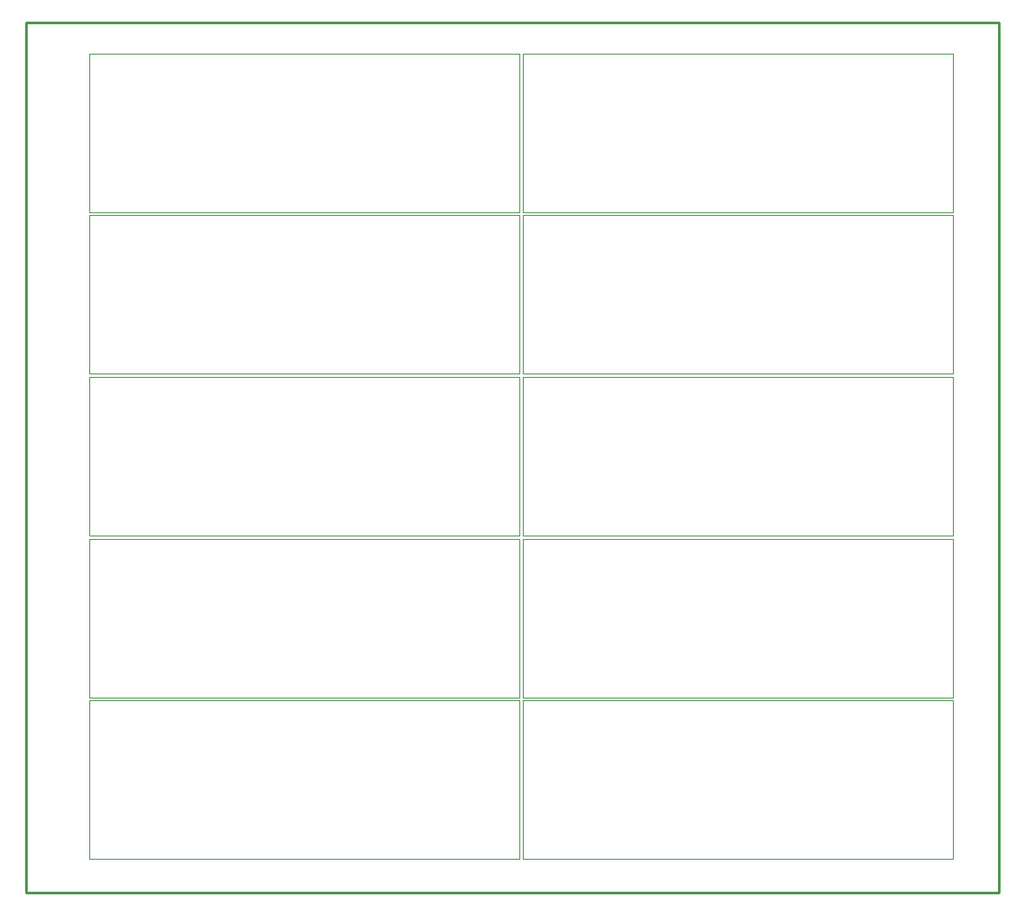
<source format=gko>
G04*
G04 #@! TF.GenerationSoftware,Altium Limited,Altium Designer,22.10.1 (41)*
G04*
G04 Layer_Color=16711935*
%FSTAX24Y24*%
%MOIN*%
G70*
G04*
G04 #@! TF.SameCoordinates,3ABB2080-4673-4E4B-9202-AF62ACB4AD27*
G04*
G04*
G04 #@! TF.FilePolarity,Positive*
G04*
G01*
G75*
%ADD12C,0.0100*%
%ADD95C,0.0004*%
D12*
X015098Y01215D02*
X0525D01*
X015098Y045615D02*
X0525D01*
Y01215D02*
Y045615D01*
X015098Y01215D02*
Y045615D01*
D95*
X01755Y01345D02*
Y019552D01*
Y01345D02*
X034085D01*
Y019552D01*
X01755D02*
X034085D01*
X034204Y01345D02*
Y019552D01*
Y01345D02*
X050739D01*
Y019552D01*
X034204D02*
X050739D01*
X01755Y01967D02*
Y025773D01*
Y01967D02*
X034085D01*
Y025773D01*
X01755D02*
X034085D01*
X034204Y01967D02*
Y025773D01*
Y01967D02*
X050739D01*
Y025773D01*
X034204D02*
X050739D01*
X01755Y025891D02*
Y031993D01*
Y025891D02*
X034085D01*
Y031993D01*
X01755D02*
X034085D01*
X034204Y025891D02*
Y031993D01*
Y025891D02*
X050739D01*
Y031993D01*
X034204D02*
X050739D01*
X01755Y032111D02*
Y038214D01*
Y032111D02*
X034085D01*
Y038214D01*
X01755D02*
X034085D01*
X034204Y032111D02*
Y038214D01*
Y032111D02*
X050739D01*
Y038214D01*
X034204D02*
X050739D01*
X01755Y038332D02*
Y044434D01*
Y038332D02*
X034085D01*
Y044434D01*
X01755D02*
X034085D01*
X034204Y038332D02*
Y044434D01*
Y038332D02*
X050739D01*
Y044434D01*
X034204D02*
X050739D01*
M02*

</source>
